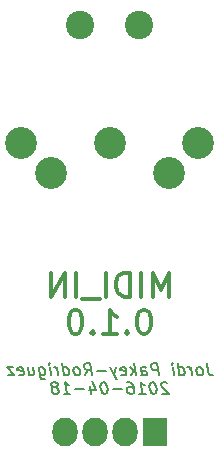
<source format=gbs>
G04 #@! TF.FileFunction,Soldermask,Bot*
%FSLAX46Y46*%
G04 Gerber Fmt 4.6, Leading zero omitted, Abs format (unit mm)*
G04 Created by KiCad (PCBNEW 4.0.1-stable) date Monday, April 18, 2016 'PMt' 10:33:09 PM*
%MOMM*%
G01*
G04 APERTURE LIST*
%ADD10C,0.100000*%
%ADD11C,0.152400*%
%ADD12C,0.304800*%
%ADD13C,2.700000*%
%ADD14C,2.400000*%
%ADD15R,2.127200X2.432000*%
%ADD16O,2.127200X2.432000*%
G04 APERTURE END LIST*
D10*
D11*
X160627785Y-112321219D02*
X160718500Y-113046933D01*
X160785022Y-113192076D01*
X160893880Y-113288838D01*
X161045070Y-113337219D01*
X161141832Y-113337219D01*
X160125832Y-113337219D02*
X160216547Y-113288838D01*
X160258880Y-113240457D01*
X160295166Y-113143695D01*
X160258880Y-112853410D01*
X160198404Y-112756648D01*
X160143975Y-112708267D01*
X160041166Y-112659886D01*
X159896024Y-112659886D01*
X159805309Y-112708267D01*
X159762976Y-112756648D01*
X159726690Y-112853410D01*
X159762976Y-113143695D01*
X159823452Y-113240457D01*
X159877881Y-113288838D01*
X159980690Y-113337219D01*
X160125832Y-113337219D01*
X159351737Y-113337219D02*
X159267071Y-112659886D01*
X159291261Y-112853410D02*
X159230785Y-112756648D01*
X159176356Y-112708267D01*
X159073547Y-112659886D01*
X158976786Y-112659886D01*
X158287357Y-113337219D02*
X158160357Y-112321219D01*
X158281310Y-113288838D02*
X158384119Y-113337219D01*
X158577642Y-113337219D01*
X158668357Y-113288838D01*
X158710690Y-113240457D01*
X158746976Y-113143695D01*
X158710690Y-112853410D01*
X158650214Y-112756648D01*
X158595785Y-112708267D01*
X158492976Y-112659886D01*
X158299453Y-112659886D01*
X158208738Y-112708267D01*
X157803547Y-113337219D02*
X157718881Y-112659886D01*
X157676547Y-112321219D02*
X157730976Y-112369600D01*
X157688643Y-112417981D01*
X157634214Y-112369600D01*
X157676547Y-112321219D01*
X157688643Y-112417981D01*
X156545642Y-113337219D02*
X156418642Y-112321219D01*
X156031595Y-112321219D01*
X155940881Y-112369600D01*
X155898548Y-112417981D01*
X155862262Y-112514743D01*
X155880405Y-112659886D01*
X155940881Y-112756648D01*
X155995310Y-112805029D01*
X156098119Y-112853410D01*
X156485166Y-112853410D01*
X155094214Y-113337219D02*
X155027691Y-112805029D01*
X155063976Y-112708267D01*
X155154691Y-112659886D01*
X155348214Y-112659886D01*
X155451023Y-112708267D01*
X155088167Y-113288838D02*
X155190976Y-113337219D01*
X155432880Y-113337219D01*
X155523595Y-113288838D01*
X155559880Y-113192076D01*
X155547785Y-113095314D01*
X155487309Y-112998552D01*
X155384499Y-112950171D01*
X155142595Y-112950171D01*
X155039786Y-112901790D01*
X154610404Y-113337219D02*
X154483404Y-112321219D01*
X154465261Y-112950171D02*
X154223357Y-113337219D01*
X154138691Y-112659886D02*
X154574119Y-113046933D01*
X153394834Y-113288838D02*
X153497643Y-113337219D01*
X153691166Y-113337219D01*
X153781881Y-113288838D01*
X153818166Y-113192076D01*
X153769786Y-112805029D01*
X153709309Y-112708267D01*
X153606500Y-112659886D01*
X153412977Y-112659886D01*
X153322262Y-112708267D01*
X153285977Y-112805029D01*
X153298072Y-112901790D01*
X153793976Y-112998552D01*
X152929167Y-112659886D02*
X152771928Y-113337219D01*
X152445358Y-112659886D02*
X152771928Y-113337219D01*
X152898929Y-113579124D01*
X152953357Y-113627505D01*
X153056167Y-113675886D01*
X152094595Y-112950171D02*
X151320500Y-112950171D01*
X150304500Y-113337219D02*
X150582690Y-112853410D01*
X150885071Y-113337219D02*
X150758071Y-112321219D01*
X150371024Y-112321219D01*
X150280310Y-112369600D01*
X150237977Y-112417981D01*
X150201691Y-112514743D01*
X150219834Y-112659886D01*
X150280310Y-112756648D01*
X150334739Y-112805029D01*
X150437548Y-112853410D01*
X150824595Y-112853410D01*
X149723928Y-113337219D02*
X149814643Y-113288838D01*
X149856976Y-113240457D01*
X149893262Y-113143695D01*
X149856976Y-112853410D01*
X149796500Y-112756648D01*
X149742071Y-112708267D01*
X149639262Y-112659886D01*
X149494120Y-112659886D01*
X149403405Y-112708267D01*
X149361072Y-112756648D01*
X149324786Y-112853410D01*
X149361072Y-113143695D01*
X149421548Y-113240457D01*
X149475977Y-113288838D01*
X149578786Y-113337219D01*
X149723928Y-113337219D01*
X148514405Y-113337219D02*
X148387405Y-112321219D01*
X148508358Y-113288838D02*
X148611167Y-113337219D01*
X148804690Y-113337219D01*
X148895405Y-113288838D01*
X148937738Y-113240457D01*
X148974024Y-113143695D01*
X148937738Y-112853410D01*
X148877262Y-112756648D01*
X148822833Y-112708267D01*
X148720024Y-112659886D01*
X148526501Y-112659886D01*
X148435786Y-112708267D01*
X148030595Y-113337219D02*
X147945929Y-112659886D01*
X147970119Y-112853410D02*
X147909643Y-112756648D01*
X147855214Y-112708267D01*
X147752405Y-112659886D01*
X147655644Y-112659886D01*
X147401643Y-113337219D02*
X147316977Y-112659886D01*
X147274643Y-112321219D02*
X147329072Y-112369600D01*
X147286739Y-112417981D01*
X147232310Y-112369600D01*
X147274643Y-112321219D01*
X147286739Y-112417981D01*
X146397739Y-112659886D02*
X146500548Y-113482362D01*
X146561025Y-113579124D01*
X146615453Y-113627505D01*
X146718262Y-113675886D01*
X146863405Y-113675886D01*
X146954119Y-113627505D01*
X146476358Y-113288838D02*
X146579167Y-113337219D01*
X146772690Y-113337219D01*
X146863405Y-113288838D01*
X146905738Y-113240457D01*
X146942024Y-113143695D01*
X146905738Y-112853410D01*
X146845262Y-112756648D01*
X146790833Y-112708267D01*
X146688024Y-112659886D01*
X146494501Y-112659886D01*
X146403786Y-112708267D01*
X145478501Y-112659886D02*
X145563167Y-113337219D01*
X145913929Y-112659886D02*
X145980452Y-113192076D01*
X145944167Y-113288838D01*
X145853452Y-113337219D01*
X145708310Y-113337219D01*
X145605501Y-113288838D01*
X145551072Y-113240457D01*
X144686263Y-113288838D02*
X144789072Y-113337219D01*
X144982595Y-113337219D01*
X145073310Y-113288838D01*
X145109595Y-113192076D01*
X145061215Y-112805029D01*
X145000738Y-112708267D01*
X144897929Y-112659886D01*
X144704406Y-112659886D01*
X144613691Y-112708267D01*
X144577406Y-112805029D01*
X144589501Y-112901790D01*
X145085405Y-112998552D01*
X144220596Y-112659886D02*
X143688406Y-112659886D01*
X144305262Y-113337219D01*
X143773072Y-113337219D01*
X157277405Y-113992781D02*
X157222976Y-113944400D01*
X157120166Y-113896019D01*
X156878262Y-113896019D01*
X156787548Y-113944400D01*
X156745215Y-113992781D01*
X156708929Y-114089543D01*
X156721024Y-114186305D01*
X156787548Y-114331448D01*
X157440690Y-114912019D01*
X156811738Y-114912019D01*
X156055785Y-113896019D02*
X155959024Y-113896019D01*
X155868310Y-113944400D01*
X155825977Y-113992781D01*
X155789691Y-114089543D01*
X155765500Y-114283067D01*
X155795738Y-114524971D01*
X155868310Y-114718495D01*
X155928786Y-114815257D01*
X155983215Y-114863638D01*
X156086024Y-114912019D01*
X156182785Y-114912019D01*
X156273500Y-114863638D01*
X156315833Y-114815257D01*
X156352119Y-114718495D01*
X156376309Y-114524971D01*
X156346071Y-114283067D01*
X156273500Y-114089543D01*
X156213024Y-113992781D01*
X156158595Y-113944400D01*
X156055785Y-113896019D01*
X154876500Y-114912019D02*
X155457071Y-114912019D01*
X155166785Y-114912019D02*
X155039785Y-113896019D01*
X155154690Y-114041162D01*
X155263547Y-114137924D01*
X155366357Y-114186305D01*
X153878643Y-113896019D02*
X154072166Y-113896019D01*
X154174976Y-113944400D01*
X154229405Y-113992781D01*
X154344309Y-114137924D01*
X154416881Y-114331448D01*
X154465262Y-114718495D01*
X154428976Y-114815257D01*
X154386643Y-114863638D01*
X154295928Y-114912019D01*
X154102405Y-114912019D01*
X153999596Y-114863638D01*
X153945167Y-114815257D01*
X153884691Y-114718495D01*
X153854453Y-114476590D01*
X153890739Y-114379829D01*
X153933072Y-114331448D01*
X154023786Y-114283067D01*
X154217309Y-114283067D01*
X154320119Y-114331448D01*
X154374548Y-114379829D01*
X154435024Y-114476590D01*
X153425071Y-114524971D02*
X152650976Y-114524971D01*
X151895023Y-113896019D02*
X151798262Y-113896019D01*
X151707548Y-113944400D01*
X151665215Y-113992781D01*
X151628929Y-114089543D01*
X151604738Y-114283067D01*
X151634976Y-114524971D01*
X151707548Y-114718495D01*
X151768024Y-114815257D01*
X151822453Y-114863638D01*
X151925262Y-114912019D01*
X152022023Y-114912019D01*
X152112738Y-114863638D01*
X152155071Y-114815257D01*
X152191357Y-114718495D01*
X152215547Y-114524971D01*
X152185309Y-114283067D01*
X152112738Y-114089543D01*
X152052262Y-113992781D01*
X151997833Y-113944400D01*
X151895023Y-113896019D01*
X150727834Y-114234686D02*
X150812500Y-114912019D01*
X150921357Y-113847638D02*
X151253976Y-114573352D01*
X150625024Y-114573352D01*
X150231928Y-114524971D02*
X149457833Y-114524971D01*
X148490214Y-114912019D02*
X149070785Y-114912019D01*
X148780499Y-114912019D02*
X148653499Y-113896019D01*
X148768404Y-114041162D01*
X148877261Y-114137924D01*
X148980071Y-114186305D01*
X147837071Y-114331448D02*
X147927785Y-114283067D01*
X147970119Y-114234686D01*
X148006404Y-114137924D01*
X148000357Y-114089543D01*
X147939881Y-113992781D01*
X147885452Y-113944400D01*
X147782642Y-113896019D01*
X147589119Y-113896019D01*
X147498405Y-113944400D01*
X147456072Y-113992781D01*
X147419786Y-114089543D01*
X147425833Y-114137924D01*
X147486310Y-114234686D01*
X147540738Y-114283067D01*
X147643548Y-114331448D01*
X147837071Y-114331448D01*
X147939881Y-114379829D01*
X147994309Y-114428210D01*
X148054785Y-114524971D01*
X148078976Y-114718495D01*
X148042690Y-114815257D01*
X148000357Y-114863638D01*
X147909642Y-114912019D01*
X147716119Y-114912019D01*
X147613310Y-114863638D01*
X147558881Y-114815257D01*
X147498405Y-114718495D01*
X147474214Y-114524971D01*
X147510500Y-114428210D01*
X147552834Y-114379829D01*
X147643548Y-114331448D01*
D12*
X157383237Y-106659438D02*
X157383237Y-104627438D01*
X156705904Y-106078867D01*
X156028571Y-104627438D01*
X156028571Y-106659438D01*
X155060951Y-106659438D02*
X155060951Y-104627438D01*
X154093332Y-106659438D02*
X154093332Y-104627438D01*
X153609523Y-104627438D01*
X153319237Y-104724200D01*
X153125713Y-104917724D01*
X153028952Y-105111248D01*
X152932190Y-105498295D01*
X152932190Y-105788581D01*
X153028952Y-106175629D01*
X153125713Y-106369152D01*
X153319237Y-106562676D01*
X153609523Y-106659438D01*
X154093332Y-106659438D01*
X152061332Y-106659438D02*
X152061332Y-104627438D01*
X151577523Y-106852962D02*
X150029333Y-106852962D01*
X149545523Y-106659438D02*
X149545523Y-104627438D01*
X148577904Y-106659438D02*
X148577904Y-104627438D01*
X147416762Y-106659438D01*
X147416762Y-104627438D01*
X155399619Y-107777038D02*
X155206095Y-107777038D01*
X155012571Y-107873800D01*
X154915809Y-107970562D01*
X154819047Y-108164086D01*
X154722286Y-108551133D01*
X154722286Y-109034943D01*
X154819047Y-109421990D01*
X154915809Y-109615514D01*
X155012571Y-109712276D01*
X155206095Y-109809038D01*
X155399619Y-109809038D01*
X155593143Y-109712276D01*
X155689905Y-109615514D01*
X155786666Y-109421990D01*
X155883428Y-109034943D01*
X155883428Y-108551133D01*
X155786666Y-108164086D01*
X155689905Y-107970562D01*
X155593143Y-107873800D01*
X155399619Y-107777038D01*
X153851428Y-109615514D02*
X153754667Y-109712276D01*
X153851428Y-109809038D01*
X153948190Y-109712276D01*
X153851428Y-109615514D01*
X153851428Y-109809038D01*
X151819429Y-109809038D02*
X152980571Y-109809038D01*
X152400000Y-109809038D02*
X152400000Y-107777038D01*
X152593524Y-108067324D01*
X152787048Y-108260848D01*
X152980571Y-108357610D01*
X150948571Y-109615514D02*
X150851810Y-109712276D01*
X150948571Y-109809038D01*
X151045333Y-109712276D01*
X150948571Y-109615514D01*
X150948571Y-109809038D01*
X149593905Y-107777038D02*
X149400381Y-107777038D01*
X149206857Y-107873800D01*
X149110095Y-107970562D01*
X149013333Y-108164086D01*
X148916572Y-108551133D01*
X148916572Y-109034943D01*
X149013333Y-109421990D01*
X149110095Y-109615514D01*
X149206857Y-109712276D01*
X149400381Y-109809038D01*
X149593905Y-109809038D01*
X149787429Y-109712276D01*
X149884191Y-109615514D01*
X149980952Y-109421990D01*
X150077714Y-109034943D01*
X150077714Y-108551133D01*
X149980952Y-108164086D01*
X149884191Y-107970562D01*
X149787429Y-107873800D01*
X149593905Y-107777038D01*
D13*
X157407000Y-96162500D03*
D14*
X149907000Y-83662500D03*
D13*
X159907000Y-93662500D03*
X152407000Y-93662500D03*
X144907000Y-93662500D03*
X147407000Y-96162500D03*
D14*
X154907000Y-83662500D03*
D15*
X156210000Y-118110000D03*
D16*
X153670000Y-118110000D03*
X151130000Y-118110000D03*
X148590000Y-118110000D03*
M02*

</source>
